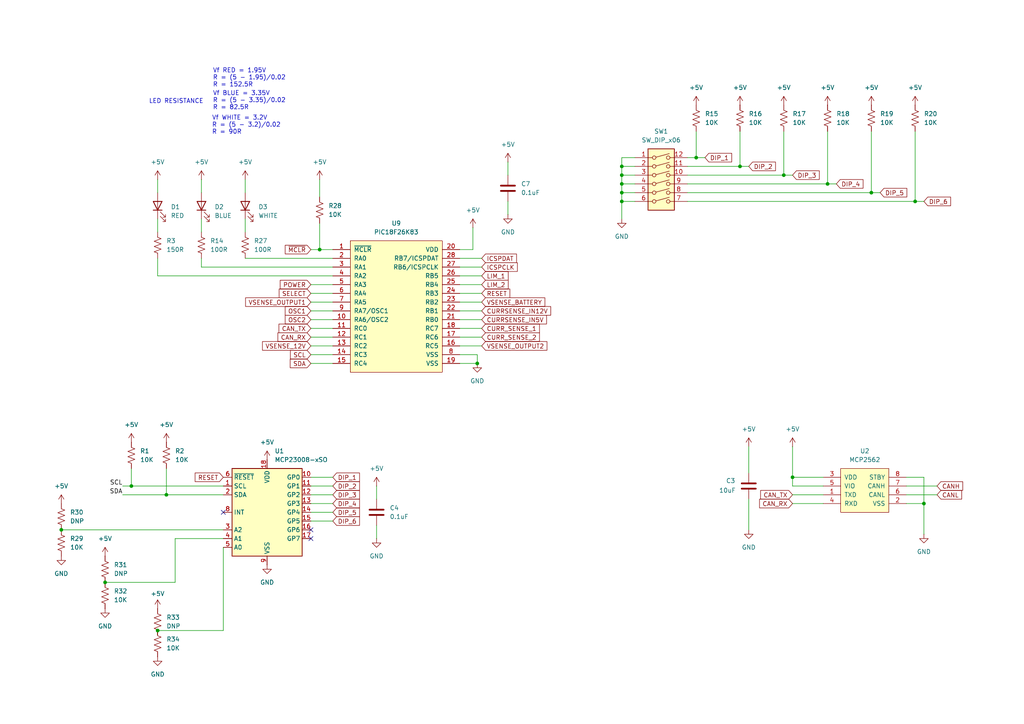
<source format=kicad_sch>
(kicad_sch (version 20231120) (generator "eeschema") (generator_version "8.0")
  (paper "A4")
  (lib_symbols
    (symbol "Device:C" (pin_numbers hide) (pin_names (offset 0.254))
      (property "Reference" "C" (at 0.635 2.54 0))
      (property "Value" "C" (at 0.635 -2.54 0))
      (symbol "C_0_1"
        (polyline (pts (xy -2.032 -0.762) (xy 2.032 -0.762)) (stroke (width 0.508)))
        (polyline (pts (xy -2.032 0.762) (xy 2.032 0.762)) (stroke (width 0.508)))
      )
      (symbol "C_1_1"
        (pin passive line (at 0 3.81 270) (length 2.794) (name "~") (number "1"))
        (pin passive line (at 0 -3.81 90) (length 2.794) (name "~") (number "2"))
      )
    )
    (symbol "Device:LED" (pin_numbers hide) (pin_names (offset 1.016) hide)
      (property "Reference" "D" (at 0 2.54 0))
      (property "Value" "LED" (at 0 -2.54 0))
      (symbol "LED_0_1"
        (polyline (pts (xy -1.27 -1.27) (xy -1.27 1.27)) (stroke (width 0.254)))
        (polyline (pts (xy -1.27 0) (xy 1.27 0)))
        (polyline (pts (xy 1.27 -1.27) (xy 1.27 1.27) (xy -1.27 0) (xy 1.27 -1.27)) (stroke (width 0.254)))
        (polyline (pts (xy -3.048 -0.762) (xy -4.572 -2.286) (xy -3.81 -2.286) (xy -4.572 -2.286) (xy -4.572 -1.524)))
        (polyline (pts (xy -1.778 -0.762) (xy -3.302 -2.286) (xy -2.54 -2.286) (xy -3.302 -2.286) (xy -3.302 -1.524)))
      )
      (symbol "LED_1_1"
        (pin passive line (at -3.81 0 0) (length 2.54) (name "K") (number "1"))
        (pin passive line (at 3.81 0 180) (length 2.54) (name "A") (number "2"))
      )
    )
    (symbol "Device:R_US" (pin_numbers hide) (pin_names (offset 0))
      (property "Reference" "R" (at 2.54 0 90))
      (property "Value" "R_US" (at -2.54 0 90))
      (symbol "R_US_0_1"
        (polyline (pts (xy 0 -2.286) (xy 0 -2.54)))
        (polyline (pts (xy 0 2.286) (xy 0 2.54)))
        (polyline (pts (xy 0 -0.762) (xy 1.016 -1.143) (xy 0 -1.524) (xy -1.016 -1.905) (xy 0 -2.286)))
        (polyline (pts (xy 0 0.762) (xy 1.016 0.381) (xy 0 0) (xy -1.016 -0.381) (xy 0 -0.762)))
        (polyline (pts (xy 0 2.286) (xy 1.016 1.905) (xy 0 1.524) (xy -1.016 1.143) (xy 0 0.762)))
      )
      (symbol "R_US_1_1"
        (pin passive line (at 0 3.81 270) (length 1.27) (name "~") (number "1"))
        (pin passive line (at 0 -3.81 90) (length 1.27) (name "~") (number "2"))
      )
    )
    (symbol "Interface_Expansion:MCP23008-xSO"
      (property "Reference" "U" (at -8.89 13.97 0))
      (property "Value" "MCP23008-xSO" (at 8.89 13.97 0))
      (symbol "MCP23008-xSO_0_1"
        (rectangle (start -10.16 12.7) (end 10.16 -12.7) (stroke (width 0.254)) (fill (type background)))
      )
      (symbol "MCP23008-xSO_1_1"
        (pin input line (at -12.7 7.62 0) (length 2.54) (name "SCL") (number "1"))
        (pin bidirectional line (at 12.7 10.16 180) (length 2.54) (name "GP0") (number "10"))
        (pin bidirectional line (at 12.7 7.62 180) (length 2.54) (name "GP1") (number "11"))
        (pin bidirectional line (at 12.7 5.08 180) (length 2.54) (name "GP2") (number "12"))
        (pin bidirectional line (at 12.7 2.54 180) (length 2.54) (name "GP3") (number "13"))
        (pin bidirectional line (at 12.7 0 180) (length 2.54) (name "GP4") (number "14"))
        (pin bidirectional line (at 12.7 -2.54 180) (length 2.54) (name "GP5") (number "15"))
        (pin bidirectional line (at 12.7 -5.08 180) (length 2.54) (name "GP6") (number "16"))
        (pin bidirectional line (at 12.7 -7.62 180) (length 2.54) (name "GP7") (number "17"))
        (pin power_in line (at 0 15.24 270) (length 2.54) (name "VDD") (number "18"))
        (pin bidirectional line (at -12.7 5.08 0) (length 2.54) (name "SDA") (number "2"))
        (pin input line (at -12.7 -5.08 0) (length 2.54) (name "A2") (number "3"))
        (pin input line (at -12.7 -7.62 0) (length 2.54) (name "A1") (number "4"))
        (pin input line (at -12.7 -10.16 0) (length 2.54) (name "A0") (number "5"))
        (pin input line (at -12.7 10.16 0) (length 2.54) (name "~{RESET}") (number "6"))
        (pin no_connect line (at -10.16 -2.54 0) (length 2.54) hide (name "NC") (number "7"))
        (pin output line (at -12.7 0 0) (length 2.54) (name "INT") (number "8"))
        (pin power_in line (at 0 -15.24 90) (length 2.54) (name "VSS") (number "9"))
      )
    )
    (symbol "Switch:SW_DIP_x06" (pin_names (offset 0) hide)
      (property "Reference" "SW" (at 0 11.43 0))
      (property "Value" "SW_DIP_x06" (at 0 -8.89 0))
      (symbol "SW_DIP_x06_0_0"
        (circle (center -2.032 -5.08) (radius 0.508))
        (circle (center -2.032 -2.54) (radius 0.508))
        (circle (center -2.032 0) (radius 0.508))
        (circle (center -2.032 2.54) (radius 0.508))
        (circle (center -2.032 5.08) (radius 0.508))
        (circle (center -2.032 7.62) (radius 0.508))
        (polyline (pts (xy -1.524 -4.9276) (xy 2.3622 -3.8862)))
        (polyline (pts (xy -1.524 -2.3876) (xy 2.3622 -1.3462)))
        (polyline (pts (xy -1.524 0.127) (xy 2.3622 1.1684)))
        (polyline (pts (xy -1.524 2.667) (xy 2.3622 3.7084)))
        (polyline (pts (xy -1.524 5.207) (xy 2.3622 6.2484)))
        (polyline (pts (xy -1.524 7.747) (xy 2.3622 8.7884)))
        (circle (center 2.032 -5.08) (radius 0.508))
        (circle (center 2.032 -2.54) (radius 0.508))
        (circle (center 2.032 0) (radius 0.508))
        (circle (center 2.032 2.54) (radius 0.508))
        (circle (center 2.032 5.08) (radius 0.508))
        (circle (center 2.032 7.62) (radius 0.508))
      )
      (symbol "SW_DIP_x06_0_1"
        (rectangle (start -3.81 10.16) (end 3.81 -7.62) (stroke (width 0.254)) (fill (type background)))
      )
      (symbol "SW_DIP_x06_1_1"
        (pin passive line (at -7.62 7.62 0) (length 5.08) (name "~") (number "1"))
        (pin passive line (at 7.62 2.54 180) (length 5.08) (name "~") (number "10"))
        (pin passive line (at 7.62 5.08 180) (length 5.08) (name "~") (number "11"))
        (pin passive line (at 7.62 7.62 180) (length 5.08) (name "~") (number "12"))
        (pin passive line (at -7.62 5.08 0) (length 5.08) (name "~") (number "2"))
        (pin passive line (at -7.62 2.54 0) (length 5.08) (name "~") (number "3"))
        (pin passive line (at -7.62 0 0) (length 5.08) (name "~") (number "4"))
        (pin passive line (at -7.62 -2.54 0) (length 5.08) (name "~") (number "5"))
        (pin passive line (at -7.62 -5.08 0) (length 5.08) (name "~") (number "6"))
        (pin passive line (at 7.62 -5.08 180) (length 5.08) (name "~") (number "7"))
        (pin passive line (at 7.62 -2.54 180) (length 5.08) (name "~") (number "8"))
        (pin passive line (at 7.62 0 180) (length 5.08) (name "~") (number "9"))
      )
    )
    (symbol "canhw:MCP2562" (pin_names (offset 1.016))
      (property "Reference" "U" (at 5.08 3.81 0))
      (property "Value" "MCP2562" (at -3.81 3.81 0))
      (symbol "MCP2562_0_1"
        (rectangle (start -7.62 2.54) (end 6.35 -10.16) (fill (type background)))
      )
      (symbol "MCP2562_1_1"
        (pin bidirectional line (at -12.7 -5.08 0) (length 5.08) (name "TXD") (number "1"))
        (pin power_in line (at 11.43 -7.62 180) (length 5.08) (name "VSS") (number "2"))
        (pin power_in line (at -12.7 0 0) (length 5.08) (name "VDD") (number "3"))
        (pin bidirectional line (at -12.7 -7.62 0) (length 5.08) (name "RXD") (number "4"))
        (pin bidirectional line (at -12.7 -2.54 0) (length 5.08) (name "VIO") (number "5"))
        (pin bidirectional line (at 11.43 -5.08 180) (length 5.08) (name "CANL") (number "6"))
        (pin bidirectional line (at 11.43 -2.54 180) (length 5.08) (name "CANH") (number "7"))
        (pin bidirectional line (at 11.43 0 180) (length 5.08) (name "STBY") (number "8"))
      )
    )
    (symbol "canhw:PIC18F26K83" (pin_names (offset 1.016))
      (property "Reference" "U" (at 11.43 20.32 0))
      (property "Value" "PIC18F26K83" (at -7.62 20.32 0))
      (symbol "PIC18F26K83_0_1"
        (rectangle (start -13.97 19.05) (end 12.7 -19.05) (fill (type background)))
      )
      (symbol "PIC18F26K83_1_1"
        (pin input line (at -19.05 16.51 0) (length 5.08) (name "~{MCLR}") (number "1"))
        (pin bidirectional line (at -19.05 -3.81 0) (length 5.08) (name "RA6/OSC2") (number "10"))
        (pin bidirectional line (at -19.05 -6.35 0) (length 5.08) (name "RC0") (number "11"))
        (pin bidirectional line (at -19.05 -8.89 0) (length 5.08) (name "RC1") (number "12"))
        (pin bidirectional line (at -19.05 -11.43 0) (length 5.08) (name "RC2") (number "13"))
        (pin bidirectional line (at -19.05 -13.97 0) (length 5.08) (name "RC3") (number "14"))
        (pin bidirectional line (at -19.05 -16.51 0) (length 5.08) (name "RC4") (number "15"))
        (pin bidirectional line (at 17.78 -11.43 180) (length 5.08) (name "RC5") (number "16"))
        (pin bidirectional line (at 17.78 -8.89 180) (length 5.08) (name "RC6") (number "17"))
        (pin bidirectional line (at 17.78 -6.35 180) (length 5.08) (name "RC7") (number "18"))
        (pin power_in line (at 17.78 -16.51 180) (length 5.08) (name "VSS") (number "19"))
        (pin bidirectional line (at -19.05 13.97 0) (length 5.08) (name "RA0") (number "2"))
        (pin power_in line (at 17.78 16.51 180) (length 5.08) (name "VDD") (number "20"))
        (pin bidirectional line (at 17.78 -3.81 180) (length 5.08) (name "RB0") (number "21"))
        (pin bidirectional line (at 17.78 -1.27 180) (length 5.08) (name "RB1") (number "22"))
        (pin bidirectional line (at 17.78 1.27 180) (length 5.08) (name "RB2") (number "23"))
        (pin bidirectional line (at 17.78 3.81 180) (length 5.08) (name "RB3") (number "24"))
        (pin bidirectional line (at 17.78 6.35 180) (length 5.08) (name "RB4") (number "25"))
        (pin bidirectional line (at 17.78 8.89 180) (length 5.08) (name "RB5") (number "26"))
        (pin bidirectional line (at 17.78 11.43 180) (length 5.08) (name "RB6/ICSPCLK") (number "27"))
        (pin bidirectional line (at 17.78 13.97 180) (length 5.08) (name "RB7/ICSPDAT") (number "28"))
        (pin bidirectional line (at -19.05 11.43 0) (length 5.08) (name "RA1") (number "3"))
        (pin bidirectional line (at -19.05 8.89 0) (length 5.08) (name "RA2") (number "4"))
        (pin bidirectional line (at -19.05 6.35 0) (length 5.08) (name "RA3") (number "5"))
        (pin bidirectional line (at -19.05 3.81 0) (length 5.08) (name "RA4") (number "6"))
        (pin bidirectional line (at -19.05 1.27 0) (length 5.08) (name "RA5") (number "7"))
        (pin power_in line (at 17.78 -13.97 180) (length 5.08) (name "VSS") (number "8"))
        (pin bidirectional line (at -19.05 -1.27 0) (length 5.08) (name "RA7/OSC1") (number "9"))
      )
    )
    (symbol "power:+5V" (power) (pin_numbers hide) (pin_names (offset 0) hide)
      (property "Value" "+5V" (at 0 3.556 0))
      (symbol "+5V_0_1"
        (polyline (pts (xy -0.762 1.27) (xy 0 2.54)))
        (polyline (pts (xy 0 0) (xy 0 2.54)))
        (polyline (pts (xy 0 2.54) (xy 0.762 1.27)))
      )
      (symbol "+5V_1_1"
        (pin power_in line (at 0 0 90) (length 0) (name "~") (number "1"))
      )
    )
    (symbol "power:GND" (power) (pin_numbers hide) (pin_names (offset 0) hide)
      (property "Value" "GND" (at 0 -3.81 0))
      (symbol "GND_0_1"
        (polyline (pts (xy 0 0) (xy 0 -1.27) (xy 1.27 -1.27) (xy 0 -2.54) (xy -1.27 -1.27) (xy 0 -1.27)))
      )
      (symbol "GND_1_1"
        (pin power_in line (at 0 0 270) (length 0) (name "~") (number "1"))
      )
    )
  )
  (junction (at 48.26 143.51))
  (junction (at 180.34 55.88))
  (junction (at 227.33 50.8))
  (junction (at 45.72 182.88))
  (junction (at 180.34 58.42))
  (junction (at 240.03 53.34))
  (junction (at 180.34 50.8))
  (junction (at 265.43 58.42))
  (junction (at 201.93 45.72))
  (junction (at 38.1 140.97))
  (junction (at 229.87 138.43))
  (junction (at 180.34 53.34))
  (junction (at 252.73 55.88))
  (junction (at 30.48 168.91))
  (junction (at 138.43 105.41))
  (junction (at 214.63 48.26))
  (junction (at 267.97 146.05))
  (junction (at 180.34 48.26))
  (junction (at 92.71 72.39))
  (junction (at 17.78 153.67))
  (no_connect (at 64.77 148.59))
  (no_connect (at 90.17 156.21))
  (no_connect (at 90.17 153.67))
  (wire (pts (xy 180.34 48.26) (xy 180.34 50.8)))
  (wire (pts (xy 138.43 102.87) (xy 138.43 105.41)))
  (wire (pts (xy 45.72 74.93) (xy 45.72 80.01)))
  (wire (pts (xy 133.35 80.01) (xy 139.7 80.01)))
  (wire (pts (xy 229.87 129.54) (xy 229.87 138.43)))
  (wire (pts (xy 133.35 100.33) (xy 139.7 100.33)))
  (wire (pts (xy 38.1 135.89) (xy 38.1 140.97)))
  (wire (pts (xy 48.26 135.89) (xy 48.26 143.51)))
  (wire (pts (xy 265.43 38.1) (xy 265.43 58.42)))
  (wire (pts (xy 64.77 158.75) (xy 64.77 182.88)))
  (wire (pts (xy 227.33 50.8) (xy 229.87 50.8)))
  (wire (pts (xy 45.72 184.15) (xy 45.72 182.88)))
  (wire (pts (xy 214.63 38.1) (xy 214.63 48.26)))
  (wire (pts (xy 262.89 140.97) (xy 271.78 140.97)))
  (wire (pts (xy 214.63 48.26) (xy 217.17 48.26)))
  (wire (pts (xy 201.93 38.1) (xy 201.93 45.72)))
  (wire (pts (xy 180.34 45.72) (xy 180.34 48.26)))
  (wire (pts (xy 133.35 102.87) (xy 138.43 102.87)))
  (wire (pts (xy 133.35 90.17) (xy 139.7 90.17)))
  (wire (pts (xy 90.17 72.39) (xy 92.71 72.39)))
  (wire (pts (xy 184.15 45.72) (xy 180.34 45.72)))
  (wire (pts (xy 180.34 50.8) (xy 184.15 50.8)))
  (wire (pts (xy 90.17 82.55) (xy 96.52 82.55)))
  (wire (pts (xy 265.43 58.42) (xy 267.97 58.42)))
  (wire (pts (xy 109.22 140.97) (xy 109.22 144.78)))
  (wire (pts (xy 90.17 85.09) (xy 96.52 85.09)))
  (wire (pts (xy 238.76 140.97) (xy 229.87 140.97)))
  (wire (pts (xy 199.39 58.42) (xy 265.43 58.42)))
  (wire (pts (xy 240.03 53.34) (xy 242.57 53.34)))
  (wire (pts (xy 45.72 52.07) (xy 45.72 55.88)))
  (wire (pts (xy 133.35 77.47) (xy 139.7 77.47)))
  (wire (pts (xy 252.73 38.1) (xy 252.73 55.88)))
  (wire (pts (xy 90.17 148.59) (xy 96.52 148.59)))
  (wire (pts (xy 180.34 50.8) (xy 180.34 53.34)))
  (wire (pts (xy 90.17 143.51) (xy 96.52 143.51)))
  (wire (pts (xy 147.32 62.23) (xy 147.32 58.42)))
  (wire (pts (xy 71.12 63.5) (xy 71.12 67.31)))
  (wire (pts (xy 92.71 52.07) (xy 92.71 57.15)))
  (wire (pts (xy 227.33 38.1) (xy 227.33 50.8)))
  (wire (pts (xy 64.77 182.88) (xy 45.72 182.88)))
  (wire (pts (xy 96.52 77.47) (xy 58.42 77.47)))
  (wire (pts (xy 180.34 53.34) (xy 184.15 53.34)))
  (wire (pts (xy 180.34 53.34) (xy 180.34 55.88)))
  (wire (pts (xy 199.39 53.34) (xy 240.03 53.34)))
  (wire (pts (xy 133.35 82.55) (xy 139.7 82.55)))
  (wire (pts (xy 217.17 153.67) (xy 217.17 144.78)))
  (wire (pts (xy 133.35 87.63) (xy 139.7 87.63)))
  (wire (pts (xy 71.12 52.07) (xy 71.12 55.88)))
  (wire (pts (xy 90.17 100.33) (xy 96.52 100.33)))
  (wire (pts (xy 109.22 156.21) (xy 109.22 152.4)))
  (wire (pts (xy 96.52 80.01) (xy 45.72 80.01)))
  (wire (pts (xy 133.35 105.41) (xy 138.43 105.41)))
  (wire (pts (xy 180.34 48.26) (xy 184.15 48.26)))
  (wire (pts (xy 201.93 45.72) (xy 204.47 45.72)))
  (wire (pts (xy 262.89 143.51) (xy 271.78 143.51)))
  (wire (pts (xy 133.35 72.39) (xy 137.16 72.39)))
  (wire (pts (xy 90.17 95.25) (xy 96.52 95.25)))
  (wire (pts (xy 92.71 72.39) (xy 96.52 72.39)))
  (wire (pts (xy 64.77 156.21) (xy 50.8 156.21)))
  (wire (pts (xy 90.17 92.71) (xy 96.52 92.71)))
  (wire (pts (xy 90.17 102.87) (xy 96.52 102.87)))
  (wire (pts (xy 90.17 87.63) (xy 96.52 87.63)))
  (wire (pts (xy 38.1 140.97) (xy 64.77 140.97)))
  (wire (pts (xy 90.17 105.41) (xy 96.52 105.41)))
  (wire (pts (xy 90.17 146.05) (xy 96.52 146.05)))
  (wire (pts (xy 199.39 48.26) (xy 214.63 48.26)))
  (wire (pts (xy 90.17 97.79) (xy 96.52 97.79)))
  (wire (pts (xy 229.87 146.05) (xy 238.76 146.05)))
  (wire (pts (xy 229.87 140.97) (xy 229.87 138.43)))
  (wire (pts (xy 90.17 140.97) (xy 96.52 140.97)))
  (wire (pts (xy 199.39 45.72) (xy 201.93 45.72)))
  (wire (pts (xy 90.17 151.13) (xy 96.52 151.13)))
  (wire (pts (xy 229.87 143.51) (xy 238.76 143.51)))
  (wire (pts (xy 252.73 55.88) (xy 255.27 55.88)))
  (wire (pts (xy 133.35 97.79) (xy 139.7 97.79)))
  (wire (pts (xy 267.97 146.05) (xy 267.97 154.94)))
  (wire (pts (xy 180.34 55.88) (xy 180.34 58.42)))
  (wire (pts (xy 35.56 140.97) (xy 38.1 140.97)))
  (wire (pts (xy 58.42 63.5) (xy 58.42 67.31)))
  (wire (pts (xy 133.35 92.71) (xy 139.7 92.71)))
  (wire (pts (xy 180.34 58.42) (xy 184.15 58.42)))
  (wire (pts (xy 133.35 74.93) (xy 139.7 74.93)))
  (wire (pts (xy 199.39 55.88) (xy 252.73 55.88)))
  (wire (pts (xy 147.32 46.99) (xy 147.32 50.8)))
  (wire (pts (xy 30.48 168.91) (xy 50.8 168.91)))
  (wire (pts (xy 199.39 50.8) (xy 227.33 50.8)))
  (wire (pts (xy 238.76 138.43) (xy 229.87 138.43)))
  (wire (pts (xy 180.34 58.42) (xy 180.34 63.5)))
  (wire (pts (xy 262.89 138.43) (xy 267.97 138.43)))
  (wire (pts (xy 45.72 63.5) (xy 45.72 67.31)))
  (wire (pts (xy 133.35 95.25) (xy 139.7 95.25)))
  (wire (pts (xy 35.56 143.51) (xy 48.26 143.51)))
  (wire (pts (xy 262.89 146.05) (xy 267.97 146.05)))
  (wire (pts (xy 137.16 66.04) (xy 137.16 72.39)))
  (wire (pts (xy 217.17 129.54) (xy 217.17 137.16)))
  (wire (pts (xy 92.71 64.77) (xy 92.71 72.39)))
  (wire (pts (xy 240.03 38.1) (xy 240.03 53.34)))
  (wire (pts (xy 90.17 138.43) (xy 96.52 138.43)))
  (wire (pts (xy 58.42 74.93) (xy 58.42 77.47)))
  (wire (pts (xy 267.97 138.43) (xy 267.97 146.05)))
  (wire (pts (xy 50.8 156.21) (xy 50.8 168.91)))
  (wire (pts (xy 48.26 143.51) (xy 64.77 143.51)))
  (wire (pts (xy 58.42 52.07) (xy 58.42 55.88)))
  (wire (pts (xy 180.34 55.88) (xy 184.15 55.88)))
  (wire (pts (xy 133.35 85.09) (xy 139.7 85.09)))
  (wire (pts (xy 90.17 90.17) (xy 96.52 90.17)))
  (wire (pts (xy 17.78 153.67) (xy 64.77 153.67)))
  (wire (pts (xy 96.52 74.93) (xy 71.12 74.93)))
  (text "Vf RED = 1.95V\nR = (5 - 1.95)/0.02\nR = 152.5R" (at 61.722 22.606 0) (effects (font (size 1.27 1.27)) (justify left)))
  (text "Vf WHITE = 3.2V\nR = (5 - 3.2)/0.02\nR = 90R" (at 61.468 36.322 0) (effects (font (size 1.27 1.27)) (justify left)))
  (text "LED RESISTANCE" (at 43.18 29.464 0) (effects (font (size 1.27 1.27)) (justify left)))
  (text "Vf BLUE = 3.35V\nR = (5 - 3.35)/0.02\nR = 82.5R" (at 61.722 29.21 0) (effects (font (size 1.27 1.27)) (justify left)))
  (label "SDA" (at 35.56 143.51 180))
  (label "SCL" (at 35.56 140.97 180))
  (global_label "OSC2" (shape input) (at 90.17 92.71 180) (property "Intersheetrefs" "${INTERSHEET_REFS}" (effects (hide yes))))
  (global_label "ICSPDAT" (shape input) (at 139.7 74.93 0) (property "Intersheetrefs" "${INTERSHEET_REFS}" (effects (hide yes))))
  (global_label "DIP_5" (shape input) (at 96.52 148.59 0) (property "Intersheetrefs" "${INTERSHEET_REFS}" (effects (hide yes))))
  (global_label "DIP_5" (shape input) (at 255.27 55.88 0) (property "Intersheetrefs" "${INTERSHEET_REFS}" (effects (hide yes))))
  (global_label "LIM_2" (shape input) (at 139.7 82.55 0) (property "Intersheetrefs" "${INTERSHEET_REFS}" (effects (hide yes))))
  (global_label "CURR_SENSE_2" (shape input) (at 139.7 97.79 0) (property "Intersheetrefs" "${INTERSHEET_REFS}" (effects (hide yes))))
  (global_label "CAN_RX" (shape input) (at 90.17 97.79 180) (property "Intersheetrefs" "${INTERSHEET_REFS}" (effects (hide yes))))
  (global_label "RESET" (shape input) (at 139.7 85.09 0) (property "Intersheetrefs" "${INTERSHEET_REFS}" (effects (hide yes))))
  (global_label "VSENSE_BATTERY" (shape input) (at 139.7 87.63 0) (property "Intersheetrefs" "${INTERSHEET_REFS}" (effects (hide yes))))
  (global_label "CAN_TX" (shape input) (at 229.87 143.51 180) (property "Intersheetrefs" "${INTERSHEET_REFS}" (effects (hide yes))))
  (global_label "SCL" (shape input) (at 90.17 102.87 180) (property "Intersheetrefs" "${INTERSHEET_REFS}" (effects (hide yes))))
  (global_label "VSENSE_OUTPUT1" (shape input) (at 90.17 87.63 180) (property "Intersheetrefs" "${INTERSHEET_REFS}" (effects (hide yes))))
  (global_label "POWER" (shape input) (at 90.17 82.55 180) (property "Intersheetrefs" "${INTERSHEET_REFS}" (effects (hide yes))))
  (global_label "VSENSE_12V" (shape input) (at 90.17 100.33 180) (property "Intersheetrefs" "${INTERSHEET_REFS}" (effects (hide yes))))
  (global_label "DIP_1" (shape input) (at 204.47 45.72 0) (property "Intersheetrefs" "${INTERSHEET_REFS}" (effects (hide yes))))
  (global_label "ICSPCLK" (shape input) (at 139.7 77.47 0) (property "Intersheetrefs" "${INTERSHEET_REFS}" (effects (hide yes))))
  (global_label "VSENSE_OUTPUT2" (shape input) (at 139.7 100.33 0) (property "Intersheetrefs" "${INTERSHEET_REFS}" (effects (hide yes))))
  (global_label "SDA" (shape input) (at 90.17 105.41 180) (property "Intersheetrefs" "${INTERSHEET_REFS}" (effects (hide yes))))
  (global_label "DIP_3" (shape input) (at 229.87 50.8 0) (property "Intersheetrefs" "${INTERSHEET_REFS}" (effects (hide yes))))
  (global_label "CAN_TX" (shape input) (at 90.17 95.25 180) (property "Intersheetrefs" "${INTERSHEET_REFS}" (effects (hide yes))))
  (global_label "SELECT" (shape input) (at 90.17 85.09 180) (property "Intersheetrefs" "${INTERSHEET_REFS}" (effects (hide yes))))
  (global_label "CAN_RX" (shape input) (at 229.87 146.05 180) (property "Intersheetrefs" "${INTERSHEET_REFS}" (effects (hide yes))))
  (global_label "CANH" (shape input) (at 271.78 140.97 0) (property "Intersheetrefs" "${INTERSHEET_REFS}" (effects (hide yes))))
  (global_label "CURRSENSE_IN12V" (shape input) (at 139.7 90.17 0) (property "Intersheetrefs" "${INTERSHEET_REFS}" (effects (hide yes))))
  (global_label "DIP_2" (shape input) (at 217.17 48.26 0) (property "Intersheetrefs" "${INTERSHEET_REFS}" (effects (hide yes))))
  (global_label "DIP_1" (shape input) (at 96.52 138.43 0) (property "Intersheetrefs" "${INTERSHEET_REFS}" (effects (hide yes))))
  (global_label "DIP_4" (shape input) (at 242.57 53.34 0) (property "Intersheetrefs" "${INTERSHEET_REFS}" (effects (hide yes))))
  (global_label "DIP_2" (shape input) (at 96.52 140.97 0) (property "Intersheetrefs" "${INTERSHEET_REFS}" (effects (hide yes))))
  (global_label "LIM_1" (shape input) (at 139.7 80.01 0) (property "Intersheetrefs" "${INTERSHEET_REFS}" (effects (hide yes))))
  (global_label "CANL" (shape input) (at 271.78 143.51 0) (property "Intersheetrefs" "${INTERSHEET_REFS}" (effects (hide yes))))
  (global_label "OSC1" (shape input) (at 90.17 90.17 180) (property "Intersheetrefs" "${INTERSHEET_REFS}" (effects (hide yes))))
  (global_label "DIP_3" (shape input) (at 96.52 143.51 0) (property "Intersheetrefs" "${INTERSHEET_REFS}" (effects (hide yes))))
  (global_label "RESET" (shape input) (at 64.77 138.43 180) (property "Intersheetrefs" "${INTERSHEET_REFS}" (effects (hide yes))))
  (global_label "DIP_6" (shape input) (at 96.52 151.13 0) (property "Intersheetrefs" "${INTERSHEET_REFS}" (effects (hide yes))))
  (global_label "CURRSENSE_IN5V" (shape input) (at 139.7 92.71 0) (property "Intersheetrefs" "${INTERSHEET_REFS}" (effects (hide yes))))
  (global_label "DIP_4" (shape input) (at 96.52 146.05 0) (property "Intersheetrefs" "${INTERSHEET_REFS}" (effects (hide yes))))
  (global_label "DIP_6" (shape input) (at 267.97 58.42 0) (property "Intersheetrefs" "${INTERSHEET_REFS}" (effects (hide yes))))
  (global_label "~{MCLR}" (shape input) (at 90.17 72.39 180) (property "Intersheetrefs" "${INTERSHEET_REFS}" (effects (hide yes))))
  (global_label "CURR_SENSE_1" (shape input) (at 139.7 95.25 0) (property "Intersheetrefs" "${INTERSHEET_REFS}" (effects (hide yes))))
  (symbol (lib_id "power:GND") (at 30.48 176.53 0) (unit 1)
    (property "Reference" "#PWR070" (effects (hide yes)))
    (property "Value" "GND" (at 30.48 181.61 0))
    (property "Description" "Power symbol creates a global label with name \"GND\" , ground" (effects (hide yes)))
  )
  (symbol (lib_id "power:+5V") (at 45.72 52.07 0) (unit 1)
    (property "Reference" "#PWR010" (effects (hide yes)))
    (property "Value" "+5V" (at 45.72 46.99 0))
    (property "Description" "Power symbol creates a global label with name \"+5V\"" (effects (hide yes)))
  )
  (symbol (lib_id "Device:R_US") (at 45.72 180.34 0) (unit 1)
    (property "Reference" "R33" (at 48.26 179.0699 0) (effects (justify left)))
    (property "Value" "DNP" (at 48.26 181.6099 0) (effects (justify left)))
    (property "Footprint" "Resistor_SMD:R_0805_2012Metric_Pad1.20x1.40mm_HandSolder" (effects (hide yes)))
    (property "Description" "Resistor, US symbol" (effects (hide yes)))
  )
  (symbol (lib_id "Interface_Expansion:MCP23008-xSO") (at 77.47 148.59 0) (unit 1)
    (property "Reference" "U1" (at 79.6641 130.81 0) (effects (justify left)))
    (property "Value" "MCP23008-xSO" (at 79.6641 133.35 0) (effects (justify left)))
    (property "Footprint" "Package_SO:SOIC-18W_7.5x11.6mm_P1.27mm" (effects (hide yes)))
    (property "Datasheet" "http://ww1.microchip.com/downloads/en/DeviceDoc/MCP23008-MCP23S08-Data-Sheet-20001919F.pdf" (effects (hide yes)))
    (property "Description" "8-bit I/O expander, I2C, interrupts, SOIC-18" (effects (hide yes)))
  )
  (symbol (lib_id "power:GND") (at 77.47 163.83 0) (unit 1)
    (property "Reference" "#PWR012" (effects (hide yes)))
    (property "Value" "GND" (at 77.47 168.91 0))
    (property "Description" "Power symbol creates a global label with name \"GND\" , ground" (effects (hide yes)))
  )
  (symbol (lib_id "Switch:SW_DIP_x06") (at 191.77 53.34 0) (unit 1)
    (property "Reference" "SW1" (at 191.77 38.1 0))
    (property "Value" "SW_DIP_x06" (at 191.77 40.64 0))
    (property "Footprint" "Button_Switch_THT:SW_DIP_SPSTx06_Slide_9.78x17.42mm_W7.62mm_P2.54mm" (effects (hide yes)))
    (property "Description" "6x DIP Switch, Single Pole Single Throw (SPST) switch, small symbol" (effects (hide yes)))
  )
  (symbol (lib_id "power:+5V") (at 265.43 30.48 0) (unit 1)
    (property "Reference" "#PWR045" (effects (hide yes)))
    (property "Value" "+5V" (at 265.43 25.4 0))
    (property "Description" "Power symbol creates a global label with name \"+5V\"" (effects (hide yes)))
  )
  (symbol (lib_id "power:+5V") (at 17.78 146.05 0) (unit 1)
    (property "Reference" "#PWR068" (effects (hide yes)))
    (property "Value" "+5V" (at 17.78 140.97 0))
    (property "Description" "Power symbol creates a global label with name \"+5V\"" (effects (hide yes)))
  )
  (symbol (lib_id "Device:LED") (at 45.72 59.69 90) (unit 1)
    (property "Reference" "D1" (at 49.53 60.0074 90) (effects (justify right)))
    (property "Value" "RED" (at 49.53 62.5474 90) (effects (justify right)))
    (property "Footprint" "LED_SMD:LED_1206_3216Metric_Pad1.42x1.75mm_HandSolder" (effects (hide yes)))
    (property "Description" "Light emitting diode" (effects (hide yes)))
  )
  (symbol (lib_id "Device:R_US") (at 201.93 34.29 0) (unit 1)
    (property "Reference" "R15" (at 204.47 33.0199 0) (effects (justify left)))
    (property "Value" "10K" (at 204.47 35.5599 0) (effects (justify left)))
    (property "Footprint" "Resistor_SMD:R_0805_2012Metric_Pad1.20x1.40mm_HandSolder" (effects (hide yes)))
    (property "Description" "Resistor, US symbol" (effects (hide yes)))
  )
  (symbol (lib_id "Device:R_US") (at 71.12 71.12 0) (unit 1)
    (property "Reference" "R27" (at 73.66 69.8499 0) (effects (justify left)))
    (property "Value" "100R" (at 73.66 72.3899 0) (effects (justify left)))
    (property "Footprint" "Resistor_SMD:R_0805_2012Metric_Pad1.20x1.40mm_HandSolder" (effects (hide yes)))
    (property "Description" "Resistor, US symbol" (effects (hide yes)))
  )
  (symbol (lib_id "Device:R_US") (at 240.03 34.29 0) (unit 1)
    (property "Reference" "R18" (at 242.57 33.0199 0) (effects (justify left)))
    (property "Value" "10K" (at 242.57 35.5599 0) (effects (justify left)))
    (property "Footprint" "Resistor_SMD:R_0805_2012Metric_Pad1.20x1.40mm_HandSolder" (effects (hide yes)))
    (property "Description" "Resistor, US symbol" (effects (hide yes)))
  )
  (symbol (lib_id "power:+5V") (at 48.26 128.27 0) (unit 1)
    (property "Reference" "#PWR09" (effects (hide yes)))
    (property "Value" "+5V" (at 48.26 123.19 0))
    (property "Description" "Power symbol creates a global label with name \"+5V\"" (effects (hide yes)))
  )
  (symbol (lib_id "Device:R_US") (at 38.1 132.08 0) (unit 1)
    (property "Reference" "R1" (at 40.64 130.8099 0) (effects (justify left)))
    (property "Value" "10K" (at 40.64 133.3499 0) (effects (justify left)))
    (property "Footprint" "Resistor_SMD:R_0805_2012Metric_Pad1.20x1.40mm_HandSolder" (effects (hide yes)))
    (property "Description" "Resistor, US symbol" (effects (hide yes)))
  )
  (symbol (lib_id "Device:R_US") (at 227.33 34.29 0) (unit 1)
    (property "Reference" "R17" (at 229.87 33.0199 0) (effects (justify left)))
    (property "Value" "10K" (at 229.87 35.5599 0) (effects (justify left)))
    (property "Footprint" "Resistor_SMD:R_0805_2012Metric_Pad1.20x1.40mm_HandSolder" (effects (hide yes)))
    (property "Description" "Resistor, US symbol" (effects (hide yes)))
  )
  (symbol (lib_id "Device:C") (at 217.17 140.97 0) (unit 1)
    (property "Reference" "C3" (at 210.566 139.446 0) (effects (justify left)))
    (property "Value" "10uF" (at 208.534 142.24 0) (effects (justify left)))
    (property "Footprint" "Capacitor_SMD:C_0805_2012Metric_Pad1.18x1.45mm_HandSolder" (effects (hide yes)))
    (property "Description" "Unpolarized capacitor" (effects (hide yes)))
  )
  (symbol (lib_id "power:GND") (at 45.72 190.5 0) (unit 1)
    (property "Reference" "#PWR072" (effects (hide yes)))
    (property "Value" "GND" (at 45.72 195.58 0))
    (property "Description" "Power symbol creates a global label with name \"GND\" , ground" (effects (hide yes)))
  )
  (symbol (lib_id "Device:C") (at 147.32 54.61 0) (unit 1)
    (property "Reference" "C7" (at 151.13 53.3399 0) (effects (justify left)))
    (property "Value" "0.1uF" (at 151.13 55.8799 0) (effects (justify left)))
    (property "Footprint" "Capacitor_SMD:C_0805_2012Metric_Pad1.18x1.45mm_HandSolder" (effects (hide yes)))
    (property "Description" "Unpolarized capacitor" (effects (hide yes)))
  )
  (symbol (lib_id "power:+5V") (at 147.32 46.99 0) (unit 1)
    (property "Reference" "#PWR059" (effects (hide yes)))
    (property "Value" "+5V" (at 147.32 41.91 0))
    (property "Description" "Power symbol creates a global label with name \"+5V\"" (effects (hide yes)))
  )
  (symbol (lib_id "power:GND") (at 138.43 105.41 0) (unit 1)
    (property "Reference" "#PWR058" (effects (hide yes)))
    (property "Value" "GND" (at 138.43 110.49 0))
    (property "Description" "Power symbol creates a global label with name \"GND\" , ground" (effects (hide yes)))
  )
  (symbol (lib_id "power:+5V") (at 217.17 129.54 0) (unit 1)
    (property "Reference" "#PWR04" (effects (hide yes)))
    (property "Value" "+5V" (at 217.17 124.46 0))
    (property "Description" "Power symbol creates a global label with name \"+5V\"" (effects (hide yes)))
  )
  (symbol (lib_id "power:+5V") (at 227.33 30.48 0) (unit 1)
    (property "Reference" "#PWR042" (effects (hide yes)))
    (property "Value" "+5V" (at 227.33 25.4 0))
    (property "Description" "Power symbol creates a global label with name \"+5V\"" (effects (hide yes)))
  )
  (symbol (lib_id "Device:C") (at 109.22 148.59 0) (unit 1)
    (property "Reference" "C4" (at 113.03 147.3199 0) (effects (justify left)))
    (property "Value" "0.1uF" (at 113.03 149.8599 0) (effects (justify left)))
    (property "Footprint" "Capacitor_SMD:C_0805_2012Metric_Pad1.18x1.45mm_HandSolder" (effects (hide yes)))
    (property "Description" "Unpolarized capacitor" (effects (hide yes)))
  )
  (symbol (lib_id "power:GND") (at 109.22 156.21 0) (unit 1)
    (property "Reference" "#PWR055" (effects (hide yes)))
    (property "Value" "GND" (at 109.22 161.29 0))
    (property "Description" "Power symbol creates a global label with name \"GND\" , ground" (effects (hide yes)))
  )
  (symbol (lib_id "power:+5V") (at 30.48 161.29 0) (unit 1)
    (property "Reference" "#PWR069" (effects (hide yes)))
    (property "Value" "+5V" (at 30.48 156.21 0))
    (property "Description" "Power symbol creates a global label with name \"+5V\"" (effects (hide yes)))
  )
  (symbol (lib_id "power:+5V") (at 71.12 52.07 0) (unit 1)
    (property "Reference" "#PWR014" (effects (hide yes)))
    (property "Value" "+5V" (at 71.12 46.99 0))
    (property "Description" "Power symbol creates a global label with name \"+5V\"" (effects (hide yes)))
  )
  (symbol (lib_id "canhw:PIC18F26K83") (at 115.57 88.9 0) (unit 1)
    (property "Reference" "U9" (at 114.935 64.77 0))
    (property "Value" "PIC18F26K83" (at 114.935 67.31 0))
    (property "Footprint" "Package_SO:SOIC-28W_7.5x18.7mm_P1.27mm" (effects (hide yes)))
  )
  (symbol (lib_id "Device:R_US") (at 252.73 34.29 0) (unit 1)
    (property "Reference" "R19" (at 255.27 33.0199 0) (effects (justify left)))
    (property "Value" "10K" (at 255.27 35.5599 0) (effects (justify left)))
    (property "Footprint" "Resistor_SMD:R_0805_2012Metric_Pad1.20x1.40mm_HandSolder" (effects (hide yes)))
    (property "Description" "Resistor, US symbol" (effects (hide yes)))
  )
  (symbol (lib_id "power:+5V") (at 214.63 30.48 0) (unit 1)
    (property "Reference" "#PWR041" (effects (hide yes)))
    (property "Value" "+5V" (at 214.63 25.4 0))
    (property "Description" "Power symbol creates a global label with name \"+5V\"" (effects (hide yes)))
  )
  (symbol (lib_id "power:+5V") (at 58.42 52.07 0) (unit 1)
    (property "Reference" "#PWR013" (effects (hide yes)))
    (property "Value" "+5V" (at 58.42 46.99 0))
    (property "Description" "Power symbol creates a global label with name \"+5V\"" (effects (hide yes)))
  )
  (symbol (lib_id "power:+5V") (at 109.22 140.97 0) (unit 1)
    (property "Reference" "#PWR038" (effects (hide yes)))
    (property "Value" "+5V" (at 109.22 135.89 0))
    (property "Description" "Power symbol creates a global label with name \"+5V\"" (effects (hide yes)))
  )
  (symbol (lib_id "power:+5V") (at 240.03 30.48 0) (unit 1)
    (property "Reference" "#PWR043" (effects (hide yes)))
    (property "Value" "+5V" (at 240.03 25.4 0))
    (property "Description" "Power symbol creates a global label with name \"+5V\"" (effects (hide yes)))
  )
  (symbol (lib_id "power:+5V") (at 77.47 133.35 0) (unit 1)
    (property "Reference" "#PWR011" (effects (hide yes)))
    (property "Value" "+5V" (at 77.47 128.27 0))
    (property "Description" "Power symbol creates a global label with name \"+5V\"" (effects (hide yes)))
  )
  (symbol (lib_id "power:+5V") (at 45.72 176.53 0) (unit 1)
    (property "Reference" "#PWR071" (effects (hide yes)))
    (property "Value" "+5V" (at 45.72 172.212 0))
    (property "Description" "Power symbol creates a global label with name \"+5V\"" (effects (hide yes)))
  )
  (symbol (lib_id "power:GND") (at 147.32 62.23 0) (unit 1)
    (property "Reference" "#PWR060" (effects (hide yes)))
    (property "Value" "GND" (at 147.32 67.31 0))
    (property "Description" "Power symbol creates a global label with name \"GND\" , ground" (effects (hide yes)))
  )
  (symbol (lib_id "power:+5V") (at 252.73 30.48 0) (unit 1)
    (property "Reference" "#PWR044" (effects (hide yes)))
    (property "Value" "+5V" (at 252.73 25.4 0))
    (property "Description" "Power symbol creates a global label with name \"+5V\"" (effects (hide yes)))
  )
  (symbol (lib_id "canhw:MCP2562") (at 251.46 138.43 0) (unit 1)
    (property "Reference" "U2" (at 250.825 130.81 0))
    (property "Value" "MCP2562" (at 250.825 133.35 0))
    (property "Footprint" "Package_SO:SOIC-8_3.9x4.9mm_P1.27mm" (effects (hide yes)))
  )
  (symbol (lib_id "power:GND") (at 180.34 63.5 0) (unit 1)
    (property "Reference" "#PWR039" (effects (hide yes)))
    (property "Value" "GND" (at 180.34 68.58 0))
    (property "Description" "Power symbol creates a global label with name \"GND\" , ground" (effects (hide yes)))
  )
  (symbol (lib_id "Device:R_US") (at 265.43 34.29 0) (unit 1)
    (property "Reference" "R20" (at 267.97 33.0199 0) (effects (justify left)))
    (property "Value" "10K" (at 267.97 35.5599 0) (effects (justify left)))
    (property "Footprint" "Resistor_SMD:R_0805_2012Metric_Pad1.20x1.40mm_HandSolder" (effects (hide yes)))
    (property "Description" "Resistor, US symbol" (effects (hide yes)))
  )
  (symbol (lib_id "power:+5V") (at 38.1 128.27 0) (unit 1)
    (property "Reference" "#PWR08" (effects (hide yes)))
    (property "Value" "+5V" (at 38.1 123.19 0))
    (property "Description" "Power symbol creates a global label with name \"+5V\"" (effects (hide yes)))
  )
  (symbol (lib_id "Device:R_US") (at 45.72 186.69 0) (unit 1)
    (property "Reference" "R34" (at 48.26 185.4199 0) (effects (justify left)))
    (property "Value" "10K" (at 48.26 187.9599 0) (effects (justify left)))
    (property "Footprint" "Resistor_SMD:R_0805_2012Metric_Pad1.20x1.40mm_HandSolder" (effects (hide yes)))
    (property "Description" "Resistor, US symbol" (effects (hide yes)))
  )
  (symbol (lib_id "Device:R_US") (at 30.48 165.1 0) (unit 1)
    (property "Reference" "R31" (at 33.02 163.8299 0) (effects (justify left)))
    (property "Value" "DNP" (at 33.02 166.3699 0) (effects (justify left)))
    (property "Footprint" "Resistor_SMD:R_0805_2012Metric_Pad1.20x1.40mm_HandSolder" (effects (hide yes)))
    (property "Description" "Resistor, US symbol" (effects (hide yes)))
  )
  (symbol (lib_id "Device:R_US") (at 214.63 34.29 0) (unit 1)
    (property "Reference" "R16" (at 217.17 33.0199 0) (effects (justify left)))
    (property "Value" "10K" (at 217.17 35.5599 0) (effects (justify left)))
    (property "Footprint" "Resistor_SMD:R_0805_2012Metric_Pad1.20x1.40mm_HandSolder" (effects (hide yes)))
    (property "Description" "Resistor, US symbol" (effects (hide yes)))
  )
  (symbol (lib_id "power:+5V") (at 92.71 52.07 0) (unit 1)
    (property "Reference" "#PWR056" (effects (hide yes)))
    (property "Value" "+5V" (at 92.71 46.99 0))
    (property "Description" "Power symbol creates a global label with name \"+5V\"" (effects (hide yes)))
  )
  (symbol (lib_id "Device:R_US") (at 17.78 157.48 0) (unit 1)
    (property "Reference" "R29" (at 20.32 156.2099 0) (effects (justify left)))
    (property "Value" "10K" (at 20.32 158.7499 0) (effects (justify left)))
    (property "Footprint" "Resistor_SMD:R_0805_2012Metric_Pad1.20x1.40mm_HandSolder" (effects (hide yes)))
    (property "Description" "Resistor, US symbol" (effects (hide yes)))
  )
  (symbol (lib_id "power:+5V") (at 137.16 66.04 0) (unit 1)
    (property "Reference" "#PWR057" (effects (hide yes)))
    (property "Value" "+5V" (at 137.16 60.96 0))
    (property "Description" "Power symbol creates a global label with name \"+5V\"" (effects (hide yes)))
  )
  (symbol (lib_id "Device:LED") (at 58.42 59.69 90) (unit 1)
    (property "Reference" "D2" (at 62.23 60.0074 90) (effects (justify right)))
    (property "Value" "BLUE" (at 62.23 62.5474 90) (effects (justify right)))
    (property "Footprint" "LED_SMD:LED_1206_3216Metric_Pad1.42x1.75mm_HandSolder" (effects (hide yes)))
    (property "Description" "Light emitting diode" (effects (hide yes)))
  )
  (symbol (lib_id "Device:R_US") (at 45.72 71.12 0) (unit 1)
    (property "Reference" "R3" (at 48.26 69.8499 0) (effects (justify left)))
    (property "Value" "150R" (at 48.26 72.3899 0) (effects (justify left)))
    (property "Footprint" "Resistor_SMD:R_0805_2012Metric_Pad1.20x1.40mm_HandSolder" (effects (hide yes)))
    (property "Description" "Resistor, US symbol" (effects (hide yes)))
  )
  (symbol (lib_id "Device:R_US") (at 30.48 172.72 0) (unit 1)
    (property "Reference" "R32" (at 33.02 171.4499 0) (effects (justify left)))
    (property "Value" "10K" (at 33.02 173.9899 0) (effects (justify left)))
    (property "Footprint" "Resistor_SMD:R_0805_2012Metric_Pad1.20x1.40mm_HandSolder" (effects (hide yes)))
    (property "Description" "Resistor, US symbol" (effects (hide yes)))
  )
  (symbol (lib_id "power:GND") (at 217.17 153.67 0) (unit 1)
    (property "Reference" "#PWR05" (effects (hide yes)))
    (property "Value" "GND" (at 217.17 158.75 0))
    (property "Description" "Power symbol creates a global label with name \"GND\" , ground" (effects (hide yes)))
  )
  (symbol (lib_id "Device:LED") (at 71.12 59.69 90) (unit 1)
    (property "Reference" "D3" (at 74.93 60.0074 90) (effects (justify right)))
    (property "Value" "WHITE" (at 74.93 62.5474 90) (effects (justify right)))
    (property "Footprint" "LED_SMD:LED_1206_3216Metric_Pad1.42x1.75mm_HandSolder" (effects (hide yes)))
    (property "Description" "Light emitting diode" (effects (hide yes)))
  )
  (symbol (lib_id "Device:R_US") (at 58.42 71.12 0) (unit 1)
    (property "Reference" "R14" (at 60.96 69.8499 0) (effects (justify left)))
    (property "Value" "100R" (at 60.96 72.3899 0) (effects (justify left)))
    (property "Footprint" "Resistor_SMD:R_0805_2012Metric_Pad1.20x1.40mm_HandSolder" (effects (hide yes)))
    (property "Description" "Resistor, US symbol" (effects (hide yes)))
  )
  (symbol (lib_id "power:+5V") (at 229.87 129.54 0) (unit 1)
    (property "Reference" "#PWR06" (effects (hide yes)))
    (property "Value" "+5V" (at 229.87 124.46 0))
    (property "Description" "Power symbol creates a global label with name \"+5V\"" (effects (hide yes)))
  )
  (symbol (lib_id "power:GND") (at 267.97 154.94 0) (unit 1)
    (property "Reference" "#PWR07" (effects (hide yes)))
    (property "Value" "GND" (at 267.97 160.02 0))
    (property "Description" "Power symbol creates a global label with name \"GND\" , ground" (effects (hide yes)))
  )
  (symbol (lib_id "power:+5V") (at 201.93 30.48 0) (unit 1)
    (property "Reference" "#PWR040" (effects (hide yes)))
    (property "Value" "+5V" (at 201.93 25.4 0))
    (property "Description" "Power symbol creates a global label with name \"+5V\"" (effects (hide yes)))
  )
  (symbol (lib_id "power:GND") (at 17.78 161.29 0) (unit 1)
    (property "Reference" "#PWR067" (effects (hide yes)))
    (property "Value" "GND" (at 17.78 166.37 0))
    (property "Description" "Power symbol creates a global label with name \"GND\" , ground" (effects (hide yes)))
  )
  (symbol (lib_id "Device:R_US") (at 92.71 60.96 0) (unit 1)
    (property "Reference" "R28" (at 95.25 59.6899 0) (effects (justify left)))
    (property "Value" "10K" (at 95.25 62.2299 0) (effects (justify left)))
    (property "Footprint" "Resistor_SMD:R_0805_2012Metric_Pad1.20x1.40mm_HandSolder" (effects (hide yes)))
    (property "Description" "Resistor, US symbol" (effects (hide yes)))
  )
  (symbol (lib_id "Device:R_US") (at 48.26 132.08 0) (unit 1)
    (property "Reference" "R2" (at 50.8 130.8099 0) (effects (justify left)))
    (property "Value" "10K" (at 50.8 133.3499 0) (effects (justify left)))
    (property "Footprint" "Resistor_SMD:R_0805_2012Metric_Pad1.20x1.40mm_HandSolder" (effects (hide yes)))
    (property "Description" "Resistor, US symbol" (effects (hide yes)))
  )
  (symbol (lib_id "Device:R_US") (at 17.78 149.86 0) (unit 1)
    (property "Reference" "R30" (at 20.32 148.5899 0) (effects (justify left)))
    (property "Value" "DNP" (at 20.32 151.1299 0) (effects (justify left)))
    (property "Footprint" "Resistor_SMD:R_0805_2012Metric_Pad1.20x1.40mm_HandSolder" (effects (hide yes)))
    (property "Description" "Resistor, US symbol" (effects (hide yes)))
  )
)
</source>
